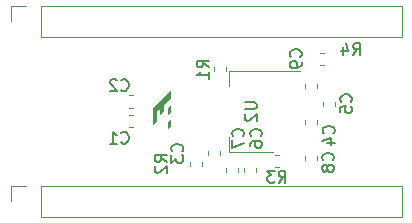
<source format=gbo>
G04 #@! TF.GenerationSoftware,KiCad,Pcbnew,(5.0.0)*
G04 #@! TF.CreationDate,2018-10-21T19:05:11+02:00*
G04 #@! TF.ProjectId,mibo20_stm32,6D69626F32305F73746D33322E6B6963,V1.0*
G04 #@! TF.SameCoordinates,PX8198450PY53920b0*
G04 #@! TF.FileFunction,Legend,Bot*
G04 #@! TF.FilePolarity,Positive*
%FSLAX46Y46*%
G04 Gerber Fmt 4.6, Leading zero omitted, Abs format (unit mm)*
G04 Created by KiCad (PCBNEW (5.0.0)) date 10/21/18 19:05:11*
%MOMM*%
%LPD*%
G01*
G04 APERTURE LIST*
%ADD10C,0.100000*%
%ADD11C,0.120000*%
%ADD12C,0.150000*%
G04 APERTURE END LIST*
D10*
G36*
X13536000Y-9542000D02*
X13536000Y-10142000D01*
X13236000Y-10442000D01*
X13236000Y-9842000D01*
X13536000Y-9542000D01*
G37*
G36*
X13536000Y-7742000D02*
X12936000Y-8342000D01*
X12936000Y-8942000D01*
X12636000Y-9242000D01*
X12636000Y-8642000D01*
X12336000Y-8942000D01*
X12336000Y-9742000D01*
X12036000Y-10042000D01*
X12036000Y-8642000D01*
X13536000Y-7142000D01*
X13536000Y-7742000D01*
G37*
G36*
X13536000Y-8342000D02*
X13536000Y-8942000D01*
X13236000Y-9242000D01*
X13236000Y-8642000D01*
X13536000Y-8342000D01*
G37*
D11*
G04 #@! TO.C,C1*
X10322779Y-8574500D02*
X9997221Y-8574500D01*
X10322779Y-7554500D02*
X9997221Y-7554500D01*
G04 #@! TO.C,C2*
X10322779Y-10225500D02*
X9997221Y-10225500D01*
X10322779Y-9205500D02*
X9997221Y-9205500D01*
G04 #@! TO.C,C3*
X16635000Y-12608779D02*
X16635000Y-12283221D01*
X17655000Y-12608779D02*
X17655000Y-12283221D01*
G04 #@! TO.C,C4*
X24890000Y-9616221D02*
X24890000Y-9941779D01*
X25910000Y-9616221D02*
X25910000Y-9941779D01*
G04 #@! TO.C,C5*
X27434000Y-8443279D02*
X27434000Y-8117721D01*
X26414000Y-8443279D02*
X26414000Y-8117721D01*
G04 #@! TO.C,C8*
X25910000Y-12989779D02*
X25910000Y-12664221D01*
X24890000Y-12989779D02*
X24890000Y-12664221D01*
G04 #@! TO.C,J2*
X-59999Y-15180000D02*
X-59999Y-16510000D01*
X1270001Y-15180000D02*
X-59999Y-15180000D01*
X2540001Y-15180000D02*
X2540001Y-17840000D01*
X2540001Y-17840000D02*
X33080001Y-17840000D01*
X2540001Y-15180000D02*
X33080001Y-15180000D01*
X33080001Y-15180000D02*
X33080001Y-17840000D01*
G04 #@! TO.C,J3*
X33080000Y60000D02*
X33080000Y-2600000D01*
X2540000Y60000D02*
X33080000Y60000D01*
X2540000Y-2600000D02*
X33080000Y-2600000D01*
X2540000Y60000D02*
X2540000Y-2600000D01*
X1270000Y60000D02*
X-60000Y60000D01*
X-60000Y60000D02*
X-60000Y-1270000D01*
G04 #@! TO.C,R1*
X17143000Y-5496779D02*
X17143000Y-5171221D01*
X18163000Y-5496779D02*
X18163000Y-5171221D01*
G04 #@! TO.C,R2*
X15111000Y-13172221D02*
X15111000Y-13497779D01*
X16131000Y-13172221D02*
X16131000Y-13497779D01*
G04 #@! TO.C,R3*
X22641779Y-13591000D02*
X22316221Y-13591000D01*
X22641779Y-12571000D02*
X22316221Y-12571000D01*
G04 #@! TO.C,U2*
X24420000Y-5480000D02*
X18410000Y-5480000D01*
X22170000Y-12300000D02*
X18410000Y-12300000D01*
X18410000Y-5480000D02*
X18410000Y-6740000D01*
X18410000Y-12300000D02*
X18410000Y-11040000D01*
G04 #@! TO.C,C6*
X19683000Y-13680221D02*
X19683000Y-14005779D01*
X20703000Y-13680221D02*
X20703000Y-14005779D01*
G04 #@! TO.C,C7*
X19179000Y-13680221D02*
X19179000Y-14005779D01*
X18159000Y-13680221D02*
X18159000Y-14005779D01*
G04 #@! TO.C,C9*
X25910000Y-6893779D02*
X25910000Y-6568221D01*
X24890000Y-6893779D02*
X24890000Y-6568221D01*
G04 #@! TO.C,R4*
X26126221Y-5005800D02*
X26451779Y-5005800D01*
X26126221Y-3985800D02*
X26451779Y-3985800D01*
G04 #@! TO.C,C1*
D12*
X9310666Y-11533142D02*
X9358285Y-11580761D01*
X9501142Y-11628380D01*
X9596380Y-11628380D01*
X9739238Y-11580761D01*
X9834476Y-11485523D01*
X9882095Y-11390285D01*
X9929714Y-11199809D01*
X9929714Y-11056952D01*
X9882095Y-10866476D01*
X9834476Y-10771238D01*
X9739238Y-10676000D01*
X9596380Y-10628380D01*
X9501142Y-10628380D01*
X9358285Y-10676000D01*
X9310666Y-10723619D01*
X8358285Y-11628380D02*
X8929714Y-11628380D01*
X8644000Y-11628380D02*
X8644000Y-10628380D01*
X8739238Y-10771238D01*
X8834476Y-10866476D01*
X8929714Y-10914095D01*
G04 #@! TO.C,C2*
X9310666Y-7088142D02*
X9358285Y-7135761D01*
X9501142Y-7183380D01*
X9596380Y-7183380D01*
X9739238Y-7135761D01*
X9834476Y-7040523D01*
X9882095Y-6945285D01*
X9929714Y-6754809D01*
X9929714Y-6611952D01*
X9882095Y-6421476D01*
X9834476Y-6326238D01*
X9739238Y-6231000D01*
X9596380Y-6183380D01*
X9501142Y-6183380D01*
X9358285Y-6231000D01*
X9310666Y-6278619D01*
X8929714Y-6278619D02*
X8882095Y-6231000D01*
X8786857Y-6183380D01*
X8548761Y-6183380D01*
X8453523Y-6231000D01*
X8405904Y-6278619D01*
X8358285Y-6373857D01*
X8358285Y-6469095D01*
X8405904Y-6611952D01*
X8977333Y-7183380D01*
X8358285Y-7183380D01*
G04 #@! TO.C,C3*
X14454142Y-12279333D02*
X14501761Y-12231714D01*
X14549380Y-12088857D01*
X14549380Y-11993619D01*
X14501761Y-11850761D01*
X14406523Y-11755523D01*
X14311285Y-11707904D01*
X14120809Y-11660285D01*
X13977952Y-11660285D01*
X13787476Y-11707904D01*
X13692238Y-11755523D01*
X13597000Y-11850761D01*
X13549380Y-11993619D01*
X13549380Y-12088857D01*
X13597000Y-12231714D01*
X13644619Y-12279333D01*
X13549380Y-12612666D02*
X13549380Y-13231714D01*
X13930333Y-12898380D01*
X13930333Y-13041238D01*
X13977952Y-13136476D01*
X14025571Y-13184095D01*
X14120809Y-13231714D01*
X14358904Y-13231714D01*
X14454142Y-13184095D01*
X14501761Y-13136476D01*
X14549380Y-13041238D01*
X14549380Y-12755523D01*
X14501761Y-12660285D01*
X14454142Y-12612666D01*
G04 #@! TO.C,C4*
X27281142Y-10755333D02*
X27328761Y-10707714D01*
X27376380Y-10564857D01*
X27376380Y-10469619D01*
X27328761Y-10326761D01*
X27233523Y-10231523D01*
X27138285Y-10183904D01*
X26947809Y-10136285D01*
X26804952Y-10136285D01*
X26614476Y-10183904D01*
X26519238Y-10231523D01*
X26424000Y-10326761D01*
X26376380Y-10469619D01*
X26376380Y-10564857D01*
X26424000Y-10707714D01*
X26471619Y-10755333D01*
X26709714Y-11612476D02*
X27376380Y-11612476D01*
X26328761Y-11374380D02*
X27043047Y-11136285D01*
X27043047Y-11755333D01*
G04 #@! TO.C,C5*
X28741642Y-8088333D02*
X28789261Y-8040714D01*
X28836880Y-7897857D01*
X28836880Y-7802619D01*
X28789261Y-7659761D01*
X28694023Y-7564523D01*
X28598785Y-7516904D01*
X28408309Y-7469285D01*
X28265452Y-7469285D01*
X28074976Y-7516904D01*
X27979738Y-7564523D01*
X27884500Y-7659761D01*
X27836880Y-7802619D01*
X27836880Y-7897857D01*
X27884500Y-8040714D01*
X27932119Y-8088333D01*
X27836880Y-8993095D02*
X27836880Y-8516904D01*
X28313071Y-8469285D01*
X28265452Y-8516904D01*
X28217833Y-8612142D01*
X28217833Y-8850238D01*
X28265452Y-8945476D01*
X28313071Y-8993095D01*
X28408309Y-9040714D01*
X28646404Y-9040714D01*
X28741642Y-8993095D01*
X28789261Y-8945476D01*
X28836880Y-8850238D01*
X28836880Y-8612142D01*
X28789261Y-8516904D01*
X28741642Y-8469285D01*
G04 #@! TO.C,C8*
X27217642Y-13041333D02*
X27265261Y-12993714D01*
X27312880Y-12850857D01*
X27312880Y-12755619D01*
X27265261Y-12612761D01*
X27170023Y-12517523D01*
X27074785Y-12469904D01*
X26884309Y-12422285D01*
X26741452Y-12422285D01*
X26550976Y-12469904D01*
X26455738Y-12517523D01*
X26360500Y-12612761D01*
X26312880Y-12755619D01*
X26312880Y-12850857D01*
X26360500Y-12993714D01*
X26408119Y-13041333D01*
X26741452Y-13612761D02*
X26693833Y-13517523D01*
X26646214Y-13469904D01*
X26550976Y-13422285D01*
X26503357Y-13422285D01*
X26408119Y-13469904D01*
X26360500Y-13517523D01*
X26312880Y-13612761D01*
X26312880Y-13803238D01*
X26360500Y-13898476D01*
X26408119Y-13946095D01*
X26503357Y-13993714D01*
X26550976Y-13993714D01*
X26646214Y-13946095D01*
X26693833Y-13898476D01*
X26741452Y-13803238D01*
X26741452Y-13612761D01*
X26789071Y-13517523D01*
X26836690Y-13469904D01*
X26931928Y-13422285D01*
X27122404Y-13422285D01*
X27217642Y-13469904D01*
X27265261Y-13517523D01*
X27312880Y-13612761D01*
X27312880Y-13803238D01*
X27265261Y-13898476D01*
X27217642Y-13946095D01*
X27122404Y-13993714D01*
X26931928Y-13993714D01*
X26836690Y-13946095D01*
X26789071Y-13898476D01*
X26741452Y-13803238D01*
G04 #@! TO.C,R1*
X16708380Y-5167333D02*
X16232190Y-4834000D01*
X16708380Y-4595904D02*
X15708380Y-4595904D01*
X15708380Y-4976857D01*
X15756000Y-5072095D01*
X15803619Y-5119714D01*
X15898857Y-5167333D01*
X16041714Y-5167333D01*
X16136952Y-5119714D01*
X16184571Y-5072095D01*
X16232190Y-4976857D01*
X16232190Y-4595904D01*
X16708380Y-6119714D02*
X16708380Y-5548285D01*
X16708380Y-5834000D02*
X15708380Y-5834000D01*
X15851238Y-5738761D01*
X15946476Y-5643523D01*
X15994095Y-5548285D01*
G04 #@! TO.C,R2*
X13152380Y-13168333D02*
X12676190Y-12835000D01*
X13152380Y-12596904D02*
X12152380Y-12596904D01*
X12152380Y-12977857D01*
X12200000Y-13073095D01*
X12247619Y-13120714D01*
X12342857Y-13168333D01*
X12485714Y-13168333D01*
X12580952Y-13120714D01*
X12628571Y-13073095D01*
X12676190Y-12977857D01*
X12676190Y-12596904D01*
X12247619Y-13549285D02*
X12200000Y-13596904D01*
X12152380Y-13692142D01*
X12152380Y-13930238D01*
X12200000Y-14025476D01*
X12247619Y-14073095D01*
X12342857Y-14120714D01*
X12438095Y-14120714D01*
X12580952Y-14073095D01*
X13152380Y-13501666D01*
X13152380Y-14120714D01*
G04 #@! TO.C,R3*
X22645666Y-14930380D02*
X22979000Y-14454190D01*
X23217095Y-14930380D02*
X23217095Y-13930380D01*
X22836142Y-13930380D01*
X22740904Y-13978000D01*
X22693285Y-14025619D01*
X22645666Y-14120857D01*
X22645666Y-14263714D01*
X22693285Y-14358952D01*
X22740904Y-14406571D01*
X22836142Y-14454190D01*
X23217095Y-14454190D01*
X22312333Y-13930380D02*
X21693285Y-13930380D01*
X22026619Y-14311333D01*
X21883761Y-14311333D01*
X21788523Y-14358952D01*
X21740904Y-14406571D01*
X21693285Y-14501809D01*
X21693285Y-14739904D01*
X21740904Y-14835142D01*
X21788523Y-14882761D01*
X21883761Y-14930380D01*
X22169476Y-14930380D01*
X22264714Y-14882761D01*
X22312333Y-14835142D01*
G04 #@! TO.C,U2*
X19772380Y-8128095D02*
X20581904Y-8128095D01*
X20677142Y-8175714D01*
X20724761Y-8223333D01*
X20772380Y-8318571D01*
X20772380Y-8509047D01*
X20724761Y-8604285D01*
X20677142Y-8651904D01*
X20581904Y-8699523D01*
X19772380Y-8699523D01*
X19867619Y-9128095D02*
X19820000Y-9175714D01*
X19772380Y-9270952D01*
X19772380Y-9509047D01*
X19820000Y-9604285D01*
X19867619Y-9651904D01*
X19962857Y-9699523D01*
X20058095Y-9699523D01*
X20200952Y-9651904D01*
X20772380Y-9080476D01*
X20772380Y-9699523D01*
G04 #@! TO.C,C6*
X21121642Y-11009333D02*
X21169261Y-10961714D01*
X21216880Y-10818857D01*
X21216880Y-10723619D01*
X21169261Y-10580761D01*
X21074023Y-10485523D01*
X20978785Y-10437904D01*
X20788309Y-10390285D01*
X20645452Y-10390285D01*
X20454976Y-10437904D01*
X20359738Y-10485523D01*
X20264500Y-10580761D01*
X20216880Y-10723619D01*
X20216880Y-10818857D01*
X20264500Y-10961714D01*
X20312119Y-11009333D01*
X20216880Y-11866476D02*
X20216880Y-11676000D01*
X20264500Y-11580761D01*
X20312119Y-11533142D01*
X20454976Y-11437904D01*
X20645452Y-11390285D01*
X21026404Y-11390285D01*
X21121642Y-11437904D01*
X21169261Y-11485523D01*
X21216880Y-11580761D01*
X21216880Y-11771238D01*
X21169261Y-11866476D01*
X21121642Y-11914095D01*
X21026404Y-11961714D01*
X20788309Y-11961714D01*
X20693071Y-11914095D01*
X20645452Y-11866476D01*
X20597833Y-11771238D01*
X20597833Y-11580761D01*
X20645452Y-11485523D01*
X20693071Y-11437904D01*
X20788309Y-11390285D01*
G04 #@! TO.C,C7*
X19597642Y-11009333D02*
X19645261Y-10961714D01*
X19692880Y-10818857D01*
X19692880Y-10723619D01*
X19645261Y-10580761D01*
X19550023Y-10485523D01*
X19454785Y-10437904D01*
X19264309Y-10390285D01*
X19121452Y-10390285D01*
X18930976Y-10437904D01*
X18835738Y-10485523D01*
X18740500Y-10580761D01*
X18692880Y-10723619D01*
X18692880Y-10818857D01*
X18740500Y-10961714D01*
X18788119Y-11009333D01*
X18692880Y-11342666D02*
X18692880Y-12009333D01*
X19692880Y-11580761D01*
G04 #@! TO.C,C9*
X24487142Y-4278333D02*
X24534761Y-4230714D01*
X24582380Y-4087857D01*
X24582380Y-3992619D01*
X24534761Y-3849761D01*
X24439523Y-3754523D01*
X24344285Y-3706904D01*
X24153809Y-3659285D01*
X24010952Y-3659285D01*
X23820476Y-3706904D01*
X23725238Y-3754523D01*
X23630000Y-3849761D01*
X23582380Y-3992619D01*
X23582380Y-4087857D01*
X23630000Y-4230714D01*
X23677619Y-4278333D01*
X24582380Y-4754523D02*
X24582380Y-4945000D01*
X24534761Y-5040238D01*
X24487142Y-5087857D01*
X24344285Y-5183095D01*
X24153809Y-5230714D01*
X23772857Y-5230714D01*
X23677619Y-5183095D01*
X23630000Y-5135476D01*
X23582380Y-5040238D01*
X23582380Y-4849761D01*
X23630000Y-4754523D01*
X23677619Y-4706904D01*
X23772857Y-4659285D01*
X24010952Y-4659285D01*
X24106190Y-4706904D01*
X24153809Y-4754523D01*
X24201428Y-4849761D01*
X24201428Y-5040238D01*
X24153809Y-5135476D01*
X24106190Y-5183095D01*
X24010952Y-5230714D01*
G04 #@! TO.C,R4*
X28932166Y-4135380D02*
X29265500Y-3659190D01*
X29503595Y-4135380D02*
X29503595Y-3135380D01*
X29122642Y-3135380D01*
X29027404Y-3183000D01*
X28979785Y-3230619D01*
X28932166Y-3325857D01*
X28932166Y-3468714D01*
X28979785Y-3563952D01*
X29027404Y-3611571D01*
X29122642Y-3659190D01*
X29503595Y-3659190D01*
X28075023Y-3468714D02*
X28075023Y-4135380D01*
X28313119Y-3087761D02*
X28551214Y-3802047D01*
X27932166Y-3802047D01*
G04 #@! TD*
M02*

</source>
